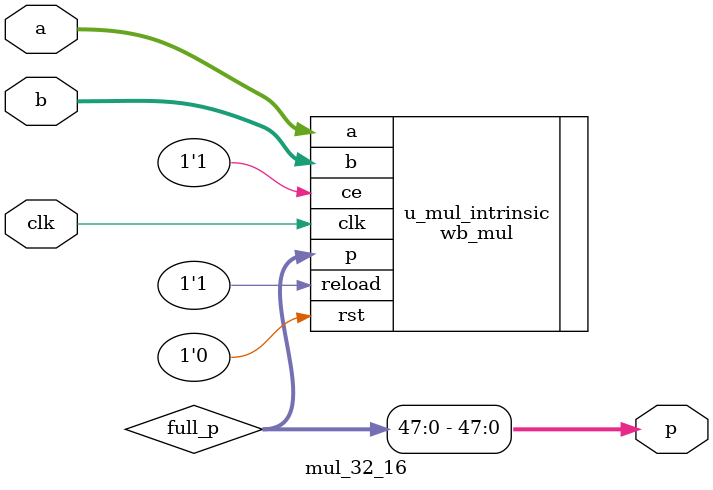
<source format=sv>
module mul_32_16 (
    input         clk,
    input  [31:0] a  ,
    input  [15:0] b  ,
    output [47:0] p
);

    wire [65:0] full_p;
    wb_mul u_mul_intrinsic (
        .clk   (clk   ),
        .ce    (1'b1  ),
        .rst   (1'b0  ),
        .a     (a     ),
        .b     (b     ),
        .reload(1'b1  ),
        .p     (full_p)
    );

    assign p = full_p[47:0];

endmodule : mul_32_16

</source>
